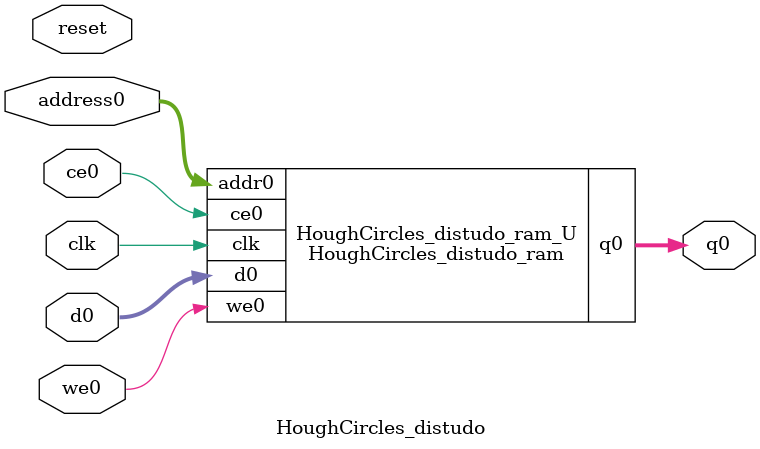
<source format=v>

`timescale 1 ns / 1 ps
module HoughCircles_distudo_ram (addr0, ce0, d0, we0, q0,  clk);

parameter DWIDTH = 32;
parameter AWIDTH = 9;
parameter MEM_SIZE = 321;

input[AWIDTH-1:0] addr0;
input ce0;
input[DWIDTH-1:0] d0;
input we0;
output reg[DWIDTH-1:0] q0;
input clk;

(* ram_style = "block" *)reg [DWIDTH-1:0] ram[0:MEM_SIZE-1];




always @(posedge clk)  
begin 
    if (ce0) 
    begin
        if (we0) 
        begin 
            ram[addr0] <= d0; 
            q0 <= d0;
        end 
        else 
            q0 <= ram[addr0];
    end
end


endmodule


`timescale 1 ns / 1 ps
module HoughCircles_distudo(
    reset,
    clk,
    address0,
    ce0,
    we0,
    d0,
    q0);

parameter DataWidth = 32'd32;
parameter AddressRange = 32'd321;
parameter AddressWidth = 32'd9;
input reset;
input clk;
input[AddressWidth - 1:0] address0;
input ce0;
input we0;
input[DataWidth - 1:0] d0;
output[DataWidth - 1:0] q0;



HoughCircles_distudo_ram HoughCircles_distudo_ram_U(
    .clk( clk ),
    .addr0( address0 ),
    .ce0( ce0 ),
    .we0( we0 ),
    .d0( d0 ),
    .q0( q0 ));

endmodule


</source>
